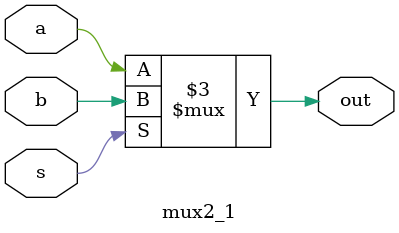
<source format=v>
/*
// using datflow model

module mux2_1 (out,a,b,s);
	input a,b,s;
	output out;
    assign out = (~s&a)|(s&b);
endmodule  


// Using behavioral model

module mux2_1 (out,a,b,s);
	input a,b,s;
	output reg out;
	always
		begin 
			if (s)
			   out = b;
			else 
			out = a;
		end
endmodule  
*/

//_________________________________Gatelevel modeling  


module mux2_1 (out,a,b,s);
	input a,b,s;
	output out;
	always
		begin 
			if (s)
			   out = b;
			else 
			out = a;
		end
endmodule  

</source>
